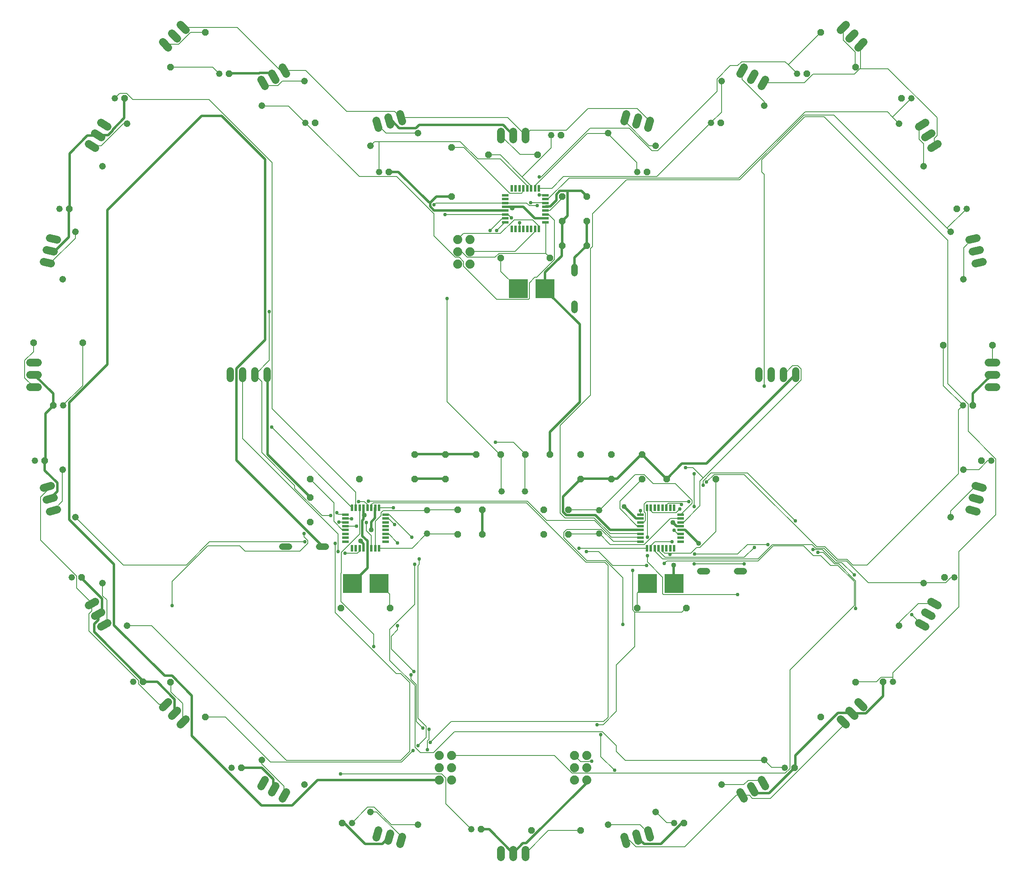
<source format=gbr>
G04 EAGLE Gerber RS-274X export*
G75*
%MOMM*%
%FSLAX34Y34*%
%LPD*%
%INTop Copper*%
%IPPOS*%
%AMOC8*
5,1,8,0,0,1.08239X$1,22.5*%
G01*
%ADD10P,1.429621X8X22.500000*%
%ADD11C,1.320800*%
%ADD12P,1.429621X8X202.500000*%
%ADD13P,1.429621X8X292.500000*%
%ADD14P,1.429621X8X112.500000*%
%ADD15C,1.320800*%
%ADD16R,1.470000X0.550000*%
%ADD17R,0.550000X1.470000*%
%ADD18C,1.524000*%
%ADD19R,4.000000X4.000000*%
%ADD20P,1.429621X8X157.500000*%
%ADD21P,1.429621X8X172.500000*%
%ADD22P,1.429621X8X187.500000*%
%ADD23P,1.429621X8X217.500000*%
%ADD24P,1.429621X8X232.500000*%
%ADD25P,1.429621X8X247.500000*%
%ADD26P,1.429621X8X262.500000*%
%ADD27P,1.429621X8X277.500000*%
%ADD28P,1.429621X8X37.500000*%
%ADD29P,1.429621X8X307.500000*%
%ADD30P,1.429621X8X322.500000*%
%ADD31P,1.429621X8X337.500000*%
%ADD32P,1.429621X8X352.500000*%
%ADD33P,1.429621X8X367.500000*%
%ADD34P,1.429621X8X52.500000*%
%ADD35P,1.429621X8X67.500000*%
%ADD36P,1.429621X8X82.500000*%
%ADD37P,1.429621X8X97.500000*%
%ADD38P,1.429621X8X127.500000*%
%ADD39P,1.429621X8X142.500000*%
%ADD40C,1.575000*%
%ADD41C,1.879600*%
%ADD42C,0.152400*%
%ADD43C,0.508000*%
%ADD44C,1.016000*%
%ADD45C,0.756400*%


D10*
X-66040Y-939800D03*
D11*
X-86360Y-939800D03*
D10*
X607060Y622300D03*
D11*
X586740Y622300D03*
D10*
X429260Y520700D03*
D11*
X408940Y520700D03*
D10*
X276860Y419100D03*
D11*
X256540Y419100D03*
D10*
X99060Y495300D03*
D11*
X78740Y495300D03*
D10*
X-256540Y419100D03*
D11*
X-276860Y419100D03*
D10*
X-408940Y520700D03*
D11*
X-429260Y520700D03*
D10*
X-586740Y622300D03*
D11*
X-607060Y622300D03*
D10*
X-802640Y571500D03*
D11*
X-822960Y571500D03*
D10*
X-916940Y342900D03*
D11*
X-937260Y342900D03*
D12*
X-949960Y-63500D03*
D11*
X-929640Y-63500D03*
D10*
X353060Y-927100D03*
D11*
X332740Y-927100D03*
D10*
X-967740Y-177800D03*
D11*
X-988060Y-177800D03*
D10*
X-891540Y-419100D03*
D11*
X-911860Y-419100D03*
D10*
X-764540Y-635000D03*
D11*
X-784860Y-635000D03*
D10*
X-561340Y-812800D03*
D11*
X-581660Y-812800D03*
D12*
X-353060Y-927100D03*
D11*
X-332740Y-927100D03*
D10*
X63500Y-279400D03*
X114300Y-279400D03*
X63500Y-330200D03*
X114300Y-330200D03*
D12*
X76200Y-165100D03*
X25400Y-165100D03*
D10*
X-76200Y-165100D03*
X-25400Y-165100D03*
D12*
X-63500Y-330200D03*
X-114300Y-330200D03*
D10*
X581660Y-812800D03*
D11*
X561340Y-812800D03*
D12*
X-63500Y-279400D03*
X-114300Y-279400D03*
D13*
X266700Y-165100D03*
X266700Y-215900D03*
D12*
X152400Y368300D03*
X101600Y368300D03*
D13*
X-419100Y-254000D03*
X-419100Y-304800D03*
X203200Y-165100D03*
X203200Y-215900D03*
X139700Y-165100D03*
X139700Y-215900D03*
D12*
X152400Y317500D03*
X101600Y317500D03*
X764540Y-635000D03*
D11*
X784860Y-635000D03*
D12*
X152400Y266700D03*
X101600Y266700D03*
D14*
X-203200Y-215900D03*
X-203200Y-165100D03*
X-139700Y-215900D03*
X-139700Y-165100D03*
D12*
X891540Y-419100D03*
D11*
X911860Y-419100D03*
D12*
X967740Y-177800D03*
D11*
X988060Y-177800D03*
D10*
X949960Y-63500D03*
D11*
X929640Y-63500D03*
D12*
X916940Y342900D03*
D11*
X937260Y342900D03*
D12*
X802640Y571500D03*
D11*
X822960Y571500D03*
D15*
X400304Y-406400D02*
X387096Y-406400D01*
X463296Y-406400D02*
X476504Y-406400D01*
X127000Y209296D02*
X127000Y222504D01*
X127000Y146304D02*
X127000Y133096D01*
X-387096Y-355600D02*
X-400304Y-355600D01*
X-463296Y-355600D02*
X-476504Y-355600D01*
D16*
X346500Y-345500D03*
X346500Y-337500D03*
X346500Y-329500D03*
X346500Y-321500D03*
X346500Y-313500D03*
X346500Y-305500D03*
X346500Y-297500D03*
X346500Y-289500D03*
D17*
X332800Y-275800D03*
X324800Y-275800D03*
X316800Y-275800D03*
X308800Y-275800D03*
X300800Y-275800D03*
X292800Y-275800D03*
X284800Y-275800D03*
X276800Y-275800D03*
D16*
X263100Y-289500D03*
X263100Y-297500D03*
X263100Y-305500D03*
X263100Y-313500D03*
X263100Y-321500D03*
X263100Y-329500D03*
X263100Y-337500D03*
X263100Y-345500D03*
D17*
X276800Y-359200D03*
X284800Y-359200D03*
X292800Y-359200D03*
X300800Y-359200D03*
X308800Y-359200D03*
X316800Y-359200D03*
X324800Y-359200D03*
X332800Y-359200D03*
D16*
X-16300Y370900D03*
X-16300Y362900D03*
X-16300Y354900D03*
X-16300Y346900D03*
X-16300Y338900D03*
X-16300Y330900D03*
X-16300Y322900D03*
X-16300Y314900D03*
D17*
X-2600Y301200D03*
X5400Y301200D03*
X13400Y301200D03*
X21400Y301200D03*
X29400Y301200D03*
X37400Y301200D03*
X45400Y301200D03*
X53400Y301200D03*
D16*
X67100Y314900D03*
X67100Y322900D03*
X67100Y330900D03*
X67100Y338900D03*
X67100Y346900D03*
X67100Y354900D03*
X67100Y362900D03*
X67100Y370900D03*
D17*
X53400Y384600D03*
X45400Y384600D03*
X37400Y384600D03*
X29400Y384600D03*
X21400Y384600D03*
X13400Y384600D03*
X5400Y384600D03*
X-2600Y384600D03*
X-332800Y-359200D03*
X-324800Y-359200D03*
X-316800Y-359200D03*
X-308800Y-359200D03*
X-300800Y-359200D03*
X-292800Y-359200D03*
X-284800Y-359200D03*
X-276800Y-359200D03*
D16*
X-263100Y-345500D03*
X-263100Y-337500D03*
X-263100Y-329500D03*
X-263100Y-321500D03*
X-263100Y-313500D03*
X-263100Y-305500D03*
X-263100Y-297500D03*
X-263100Y-289500D03*
D17*
X-276800Y-275800D03*
X-284800Y-275800D03*
X-292800Y-275800D03*
X-300800Y-275800D03*
X-308800Y-275800D03*
X-316800Y-275800D03*
X-324800Y-275800D03*
X-332800Y-275800D03*
D16*
X-346500Y-289500D03*
X-346500Y-297500D03*
X-346500Y-305500D03*
X-346500Y-313500D03*
X-346500Y-321500D03*
X-346500Y-329500D03*
X-346500Y-337500D03*
X-346500Y-345500D03*
D18*
X584200Y-7620D02*
X584200Y7620D01*
X558800Y7620D02*
X558800Y-7620D01*
X533400Y-7620D02*
X533400Y7620D01*
X508000Y7620D02*
X508000Y-7620D01*
X-508000Y-7620D02*
X-508000Y7620D01*
X-533400Y7620D02*
X-533400Y-7620D01*
X-558800Y-7620D02*
X-558800Y7620D01*
X-584200Y7620D02*
X-584200Y-7620D01*
D19*
X332300Y-431800D03*
X277300Y-431800D03*
X65600Y177800D03*
X10600Y177800D03*
X-332300Y-431800D03*
X-277300Y-431800D03*
D12*
X139700Y-942300D03*
X38100Y-942300D03*
D20*
X707672Y635830D03*
X635830Y707672D03*
D21*
X518994Y556024D03*
X431006Y606824D03*
D22*
X294947Y472682D03*
X196809Y498978D03*
D12*
X50800Y454700D03*
X-50800Y454700D03*
D23*
X-196809Y498978D03*
X-294947Y472682D03*
D24*
X-431006Y606824D03*
X-518994Y556024D03*
D25*
X-635830Y707672D03*
X-707672Y635830D03*
D26*
X-797324Y518994D03*
X-848124Y431006D03*
D27*
X-904482Y294947D03*
X-930778Y196809D03*
D10*
X-990600Y66000D03*
X-889000Y66000D03*
D28*
X196809Y-930778D03*
X294947Y-904482D03*
D29*
X-930778Y-196809D03*
X-904482Y-294947D03*
D30*
X-848124Y-431006D03*
X-797324Y-518994D03*
D31*
X-707672Y-635830D03*
X-635830Y-707672D03*
D32*
X-518994Y-797324D03*
X-431006Y-848124D03*
D33*
X-294947Y-904482D03*
X-196809Y-930778D03*
D12*
X358100Y-482600D03*
X256500Y-482600D03*
X76200Y241300D03*
X-25400Y241300D03*
D10*
X-355600Y-482600D03*
X-254000Y-482600D03*
D12*
X419100Y-215900D03*
X317500Y-215900D03*
D13*
X-127000Y469900D03*
X-127000Y368300D03*
D34*
X431006Y-848124D03*
X518994Y-797324D03*
D10*
X-419100Y-215900D03*
X-317500Y-215900D03*
D35*
X635830Y-707672D03*
X707672Y-635830D03*
D36*
X797324Y-518994D03*
X848124Y-431006D03*
D37*
X904482Y-294947D03*
X930778Y-196809D03*
D12*
X990600Y61000D03*
X889000Y61000D03*
D38*
X930778Y196809D03*
X904482Y294947D03*
D39*
X848124Y431006D03*
X797324Y518994D03*
D40*
X-25400Y-982225D02*
X-25400Y-997975D01*
X0Y-997975D02*
X0Y-982225D01*
X25400Y-982225D02*
X25400Y-997975D01*
X712499Y676577D02*
X723635Y687714D01*
X705675Y705675D02*
X694538Y694538D01*
X676578Y712498D02*
X687714Y723635D01*
X520985Y610272D02*
X513110Y596632D01*
X491113Y609332D02*
X498988Y622972D01*
X476990Y635672D02*
X469115Y622032D01*
X282829Y525596D02*
X278753Y510382D01*
X254219Y516956D02*
X258295Y532170D01*
X233760Y538744D02*
X229684Y523530D01*
X25400Y502675D02*
X25400Y486925D01*
X0Y486925D02*
X0Y502675D01*
X-25400Y502675D02*
X-25400Y486925D01*
X-229684Y523530D02*
X-233760Y538744D01*
X-258295Y532170D02*
X-254219Y516956D01*
X-278753Y510382D02*
X-282829Y525596D01*
X-469116Y622032D02*
X-476990Y635672D01*
X-498987Y622972D02*
X-491113Y609332D01*
X-513110Y596632D02*
X-520985Y610272D01*
X-676578Y712498D02*
X-687714Y723635D01*
X-705675Y705675D02*
X-694538Y694538D01*
X-712499Y676577D02*
X-723635Y687714D01*
X-837932Y513110D02*
X-851572Y520985D01*
X-864272Y498987D02*
X-850632Y491113D01*
X-863332Y469115D02*
X-876972Y476990D01*
X-942183Y278753D02*
X-957396Y282829D01*
X-963970Y258295D02*
X-948757Y254219D01*
X-955331Y229684D02*
X-970544Y233760D01*
X-982225Y25400D02*
X-997975Y25400D01*
X-997975Y0D02*
X-982225Y0D01*
X-982225Y-25400D02*
X-997975Y-25400D01*
X229684Y-955330D02*
X233760Y-970544D01*
X258295Y-963970D02*
X254219Y-948756D01*
X278753Y-942182D02*
X282829Y-957396D01*
X-955331Y-229684D02*
X-970544Y-233760D01*
X-963970Y-258295D02*
X-948757Y-254219D01*
X-942183Y-278753D02*
X-957396Y-282829D01*
X-863332Y-469115D02*
X-876972Y-476990D01*
X-864272Y-498988D02*
X-850632Y-491113D01*
X-837932Y-513110D02*
X-851572Y-520985D01*
X-712499Y-676577D02*
X-723635Y-687714D01*
X-705675Y-705675D02*
X-694538Y-694538D01*
X-676578Y-712498D02*
X-687714Y-723635D01*
X-513110Y-837932D02*
X-520985Y-851572D01*
X-498988Y-864272D02*
X-491113Y-850632D01*
X-469115Y-863332D02*
X-476990Y-876972D01*
X-278753Y-942182D02*
X-282829Y-957396D01*
X-258295Y-963970D02*
X-254219Y-948756D01*
X-229684Y-955330D02*
X-233760Y-970544D01*
X469115Y-863332D02*
X476990Y-876972D01*
X498988Y-864272D02*
X491113Y-850632D01*
X513110Y-837932D02*
X520985Y-851572D01*
X676578Y-712498D02*
X687714Y-723635D01*
X705675Y-705675D02*
X694538Y-694538D01*
X712499Y-676577D02*
X723635Y-687714D01*
X837932Y-513110D02*
X851572Y-520985D01*
X864272Y-498988D02*
X850632Y-491113D01*
X863332Y-469115D02*
X876972Y-476990D01*
X942183Y-278753D02*
X957396Y-282829D01*
X963970Y-258295D02*
X948757Y-254219D01*
X955331Y-229684D02*
X970544Y-233760D01*
X982225Y-25400D02*
X997975Y-25400D01*
X997975Y0D02*
X982225Y0D01*
X982225Y25400D02*
X997975Y25400D01*
X955331Y229684D02*
X970544Y233760D01*
X963970Y258295D02*
X948757Y254219D01*
X942183Y278753D02*
X957396Y282829D01*
X863332Y469115D02*
X876972Y476990D01*
X864272Y498987D02*
X850632Y491113D01*
X837932Y513110D02*
X851572Y520985D01*
D11*
X177800Y-280670D03*
X177800Y-328930D03*
X24130Y-241300D03*
X-24130Y-241300D03*
X-177800Y-328930D03*
X-177800Y-280670D03*
D41*
X127000Y-787400D03*
X152400Y-787400D03*
X127000Y-812800D03*
X152400Y-812800D03*
X127000Y-838200D03*
X152400Y-838200D03*
X-114300Y279400D03*
X-88900Y279400D03*
X-114300Y254000D03*
X-88900Y254000D03*
X-114300Y228600D03*
X-88900Y228600D03*
X-127000Y-838200D03*
X-152400Y-838200D03*
X-127000Y-812800D03*
X-152400Y-812800D03*
X-127000Y-787400D03*
X-152400Y-787400D03*
D42*
X73152Y-942594D02*
X139446Y-942594D01*
X73152Y-942594D02*
X25908Y-989838D01*
X139446Y-942594D02*
X139700Y-942300D01*
X25908Y-989838D02*
X25400Y-990100D01*
D43*
X348996Y-927354D02*
X352806Y-927354D01*
X348996Y-927354D02*
X305562Y-970788D01*
X270510Y-970788D01*
X256794Y-957072D01*
X352806Y-927354D02*
X353060Y-927100D01*
X256794Y-957072D02*
X256257Y-956363D01*
X950214Y-63246D02*
X950214Y-39624D01*
X989838Y0D01*
X950214Y-63246D02*
X949960Y-63500D01*
X989838Y0D02*
X990100Y0D01*
X581660Y-812800D02*
X528828Y-865632D01*
X502920Y-865632D01*
X495300Y-858012D01*
X495050Y-857452D01*
X764286Y-665226D02*
X764286Y-635508D01*
X764286Y-665226D02*
X729234Y-700278D01*
X700278Y-700278D01*
X764286Y-635508D02*
X764540Y-635000D01*
X700106Y-700106D02*
X700278Y-700278D01*
X582930Y-787908D02*
X582930Y-810768D01*
X582930Y-787908D02*
X671322Y-699516D01*
X697992Y-699516D01*
X582930Y-810768D02*
X581660Y-812800D01*
X697992Y-699516D02*
X700106Y-700106D01*
X-49530Y-940308D02*
X-65532Y-940308D01*
X-49530Y-940308D02*
X0Y-989838D01*
X-65532Y-940308D02*
X-66040Y-939800D01*
X0Y-989838D02*
X0Y-990100D01*
X-518922Y-813054D02*
X-560832Y-813054D01*
X-518922Y-813054D02*
X-495300Y-836676D01*
X-495300Y-857250D01*
X-560832Y-813054D02*
X-561340Y-812800D01*
X-495300Y-857250D02*
X-495050Y-857452D01*
X-352806Y-927354D02*
X-348996Y-927354D01*
X-305562Y-970788D01*
X-270510Y-970788D01*
X-256794Y-957072D01*
X-352806Y-927354D02*
X-353060Y-927100D01*
X-256794Y-957072D02*
X-256257Y-956363D01*
X-967740Y-198120D02*
X-967740Y-177800D01*
X-967740Y-198120D02*
X-941832Y-224028D01*
X-941832Y-241554D01*
X-956310Y-256032D01*
X-956363Y-256257D01*
X-950214Y-63246D02*
X-950214Y-39624D01*
X-989838Y0D01*
X-950214Y-63246D02*
X-949960Y-63500D01*
X-989838Y0D02*
X-990100Y0D01*
X-966216Y-80772D02*
X-966216Y-176022D01*
X-966216Y-80772D02*
X-950976Y-65532D01*
X-966216Y-176022D02*
X-967740Y-177800D01*
X-950976Y-65532D02*
X-949960Y-63500D01*
X-891540Y-419100D02*
X-891540Y-421386D01*
X-849630Y-463296D01*
X-849630Y-486918D01*
X-857250Y-494538D01*
X-857452Y-495050D01*
X-764286Y-635508D02*
X-735330Y-635508D01*
X-699516Y-671322D01*
X-699516Y-699516D01*
X-764286Y-635508D02*
X-764540Y-635000D01*
X-699516Y-699516D02*
X-700106Y-700106D01*
X-857250Y-507492D02*
X-857250Y-497586D01*
X-857250Y-507492D02*
X-865632Y-515874D01*
X-865632Y-531876D01*
X-765048Y-632460D01*
X-857250Y-497586D02*
X-857452Y-495050D01*
X-765048Y-632460D02*
X-764540Y-635000D01*
X152400Y-838200D02*
X152400Y-844296D01*
X27432Y-969264D01*
X20574Y-969264D01*
X1524Y-988314D01*
X0Y-990100D01*
X-300990Y-400050D02*
X-300990Y-359664D01*
X-300990Y-400050D02*
X-332232Y-431292D01*
X-300990Y-359664D02*
X-300800Y-359200D01*
X-332232Y-431292D02*
X-332300Y-431800D01*
X-309372Y-299466D02*
X-309372Y-290322D01*
X-309372Y-275844D01*
X-309372Y-299466D02*
X-311658Y-301752D01*
X-311658Y-333756D01*
X-300990Y-344424D01*
X-300990Y-356616D01*
X-308800Y-275800D02*
X-309372Y-275844D01*
X-300990Y-356616D02*
X-300800Y-359200D01*
X-507492Y-165354D02*
X-507492Y0D01*
X-507492Y-165354D02*
X-419100Y-253746D01*
X-507492Y0D02*
X-508000Y0D01*
X-419100Y-253746D02*
X-419100Y-254000D01*
X-309372Y-290322D02*
X-307086Y-290322D01*
X-63246Y-279654D02*
X-63246Y-329946D01*
X-63500Y-330200D01*
X-63246Y-279654D02*
X-63500Y-279400D01*
X-140208Y-164592D02*
X-202692Y-164592D01*
X-203200Y-165100D01*
X-140208Y-164592D02*
X-139700Y-165100D01*
X-137922Y-164592D02*
X-76200Y-164592D01*
X-76200Y-165100D01*
X-137922Y-164592D02*
X-139700Y-165100D01*
X200406Y-321564D02*
X262890Y-321564D01*
X200406Y-321564D02*
X169926Y-291084D01*
X109728Y-291084D01*
X102870Y-284226D01*
X102870Y-252984D01*
X139446Y-216408D01*
X262890Y-321564D02*
X263100Y-321500D01*
X139446Y-216408D02*
X139700Y-215900D01*
X141732Y-215646D02*
X202692Y-215646D01*
X203200Y-215900D01*
X141732Y-215646D02*
X139700Y-215900D01*
X337566Y-313182D02*
X345948Y-313182D01*
X337566Y-313182D02*
X329946Y-305562D01*
X345948Y-313182D02*
X346500Y-313500D01*
X316992Y-215646D02*
X266700Y-165354D01*
X266700Y-165100D01*
X316992Y-215646D02*
X317500Y-215900D01*
X399288Y-184404D02*
X583692Y0D01*
X399288Y-184404D02*
X348996Y-184404D01*
X317500Y-215900D01*
X583692Y0D02*
X584200Y0D01*
X332232Y-393954D02*
X332232Y-431292D01*
X332300Y-431800D01*
X214884Y-215646D02*
X205740Y-215646D01*
X214884Y-215646D02*
X264414Y-166116D01*
X205740Y-215646D02*
X203200Y-215900D01*
X264414Y-166116D02*
X266700Y-165100D01*
X-16764Y339090D02*
X-163068Y339090D01*
X-171450Y347472D01*
X-171450Y355092D01*
X-158496Y368046D01*
X-127254Y368046D01*
X-16764Y339090D02*
X-16300Y338900D01*
X-127000Y368300D02*
X-127254Y368046D01*
X-236982Y419100D02*
X-256540Y419100D01*
X-236982Y419100D02*
X-173736Y355854D01*
X-171450Y355092D01*
X-917448Y342900D02*
X-917448Y284226D01*
X-944880Y256794D01*
X-956310Y256794D01*
X-917448Y342900D02*
X-916940Y342900D01*
X-956310Y256794D02*
X-956363Y256257D01*
X-803148Y530352D02*
X-803148Y571500D01*
X-803148Y530352D02*
X-827532Y505968D01*
X-827532Y504444D01*
X-836676Y495300D01*
X-857250Y495300D01*
X-803148Y571500D02*
X-802640Y571500D01*
X-857250Y495300D02*
X-857452Y495050D01*
X-915924Y457200D02*
X-915924Y345186D01*
X-915924Y457200D02*
X-879348Y493776D01*
X-859536Y493776D01*
X-915924Y345186D02*
X-916940Y342900D01*
X-859536Y493776D02*
X-857452Y495050D01*
X-586740Y622554D02*
X-525018Y622554D01*
X-523494Y624078D01*
X-502920Y624078D01*
X-495300Y616458D01*
X-586740Y622300D02*
X-586740Y622554D01*
X-495300Y616458D02*
X-495050Y616152D01*
X67818Y347472D02*
X76962Y347472D01*
X89916Y360426D01*
X89916Y372618D01*
X96774Y379476D01*
X112776Y379476D02*
X141732Y379476D01*
X112776Y379476D02*
X96774Y379476D01*
X141732Y379476D02*
X152400Y368808D01*
X67818Y347472D02*
X67100Y346900D01*
X152400Y368300D02*
X152400Y368808D01*
X101346Y316992D02*
X101346Y266700D01*
X101600Y266700D01*
X101346Y316992D02*
X101600Y317500D01*
X66294Y211074D02*
X66294Y178308D01*
X66294Y211074D02*
X100584Y245364D01*
X100584Y264414D01*
X66294Y178308D02*
X65600Y177800D01*
X100584Y264414D02*
X101600Y266700D01*
X112776Y328422D02*
X112776Y379476D01*
X112776Y328422D02*
X103632Y319278D01*
X101600Y317500D01*
X-249936Y524256D02*
X-256032Y524256D01*
X-249936Y524256D02*
X-235458Y509778D01*
X-200406Y509778D01*
X-194310Y515874D01*
X-20574Y515874D01*
X0Y495300D01*
X-256032Y524256D02*
X-256257Y524563D01*
X0Y495300D02*
X0Y494800D01*
X76200Y-118872D02*
X76200Y-165100D01*
X76200Y-118872D02*
X137922Y-57150D01*
X137922Y103632D01*
X66294Y175260D01*
X65600Y177800D01*
D44*
X-307086Y-290322D03*
X329946Y-305562D03*
X332232Y-393954D03*
D42*
X473202Y-870204D02*
X488442Y-870204D01*
X494538Y-876300D01*
X531876Y-876300D01*
X681990Y-726186D01*
X681990Y-718566D01*
X473202Y-870204D02*
X473053Y-870152D01*
X681990Y-718566D02*
X682146Y-718067D01*
X240792Y-963168D02*
X232410Y-963168D01*
X240792Y-963168D02*
X253746Y-976122D01*
X355092Y-976122D01*
X461010Y-870204D01*
X472440Y-870204D01*
X232410Y-963168D02*
X231722Y-962937D01*
X472440Y-870204D02*
X473053Y-870152D01*
X316992Y-275082D02*
X316992Y-269748D01*
X320802Y-265938D01*
X345186Y-265938D01*
X348234Y-268986D01*
X392430Y-228600D02*
X392430Y-220218D01*
X409194Y-203454D01*
X483870Y-203454D01*
X582930Y-302514D01*
X823722Y-496062D02*
X844296Y-516636D01*
X316800Y-275800D02*
X316992Y-275082D01*
X844296Y-516636D02*
X844752Y-517047D01*
D45*
X348234Y-268986D03*
X392430Y-228600D03*
X582930Y-302514D03*
X823722Y-496062D03*
D42*
X262128Y-931164D02*
X197358Y-931164D01*
X262128Y-931164D02*
X280416Y-949452D01*
X197358Y-931164D02*
X196809Y-930778D01*
X280416Y-949452D02*
X280791Y-949789D01*
X293370Y-365760D02*
X293370Y-359664D01*
X293370Y-365760D02*
X308610Y-381000D01*
X505968Y-381000D01*
X535686Y-351282D01*
X617982Y-351282D01*
X625602Y-358902D01*
X642366Y-358902D01*
X669036Y-385572D01*
X688848Y-385572D01*
X733806Y-430530D01*
X848106Y-430530D01*
X293370Y-359664D02*
X292800Y-359200D01*
X848106Y-430530D02*
X848124Y-431006D01*
X905256Y-419100D02*
X911860Y-419100D01*
X905256Y-419100D02*
X893826Y-430530D01*
X848868Y-430530D01*
X848124Y-431006D01*
X-325374Y-275082D02*
X-325374Y-243078D01*
X-497586Y-70866D01*
X-497586Y438150D01*
X-627888Y568452D01*
X-785622Y568452D01*
X-798576Y581406D01*
X-813054Y581406D01*
X-822960Y571500D01*
X-325374Y-275082D02*
X-324800Y-275800D01*
X431292Y-848106D02*
X477012Y-848106D01*
X486156Y-838962D01*
X511302Y-838962D01*
X516636Y-844296D01*
X431292Y-848106D02*
X431006Y-848124D01*
X516636Y-844296D02*
X517047Y-844752D01*
X276606Y-359664D02*
X136398Y-359664D01*
X-203454Y-392430D02*
X-203454Y-475488D01*
X-254508Y-526542D01*
X-254508Y-591312D01*
X-202692Y-643128D01*
X-202692Y-770382D01*
X-191262Y-781812D01*
X-164592Y-781812D01*
X-121158Y-738378D01*
X184404Y-738378D01*
X213360Y-767334D01*
X213360Y-779526D01*
X231648Y-797814D01*
X518922Y-797814D01*
X276606Y-359664D02*
X276800Y-359200D01*
X518994Y-797324D02*
X518922Y-797814D01*
X534162Y-812292D02*
X560832Y-812292D01*
X534162Y-812292D02*
X519684Y-797814D01*
X560832Y-812292D02*
X561340Y-812800D01*
X519684Y-797814D02*
X518994Y-797324D01*
D45*
X136398Y-359664D03*
X-203454Y-392430D03*
D42*
X284988Y-358902D02*
X284988Y-353568D01*
X292608Y-345948D01*
X328422Y-345948D01*
X374142Y-391668D02*
X477774Y-391668D01*
X518922Y-23622D02*
X518922Y413766D01*
X513588Y419100D01*
X513588Y444246D01*
X602742Y533400D01*
X642366Y533400D01*
X898398Y277368D01*
X898398Y-19050D01*
X940308Y-60960D01*
X940308Y-117348D01*
X997458Y-174498D01*
X997458Y-289560D01*
X921258Y-365760D01*
X921258Y-480060D01*
X784860Y-616458D01*
X784860Y-625602D02*
X784860Y-635000D01*
X784860Y-625602D02*
X784860Y-616458D01*
X284988Y-358902D02*
X284800Y-359200D01*
X707898Y-635508D02*
X750570Y-635508D01*
X760476Y-625602D01*
X784860Y-625602D01*
X707898Y-635508D02*
X707672Y-635830D01*
D45*
X328422Y-345948D03*
X374142Y-391668D03*
X477774Y-391668D03*
X518922Y-23622D03*
D42*
X797814Y-512826D02*
X797814Y-518922D01*
X797814Y-512826D02*
X837438Y-473202D01*
X869442Y-473202D01*
X797814Y-518922D02*
X797324Y-518994D01*
X869442Y-473202D02*
X870152Y-473053D01*
X904494Y-294894D02*
X904494Y-281940D01*
X954024Y-232410D01*
X962406Y-232410D01*
X904494Y-294894D02*
X904482Y-294947D01*
X962406Y-232410D02*
X962937Y-231722D01*
X262890Y-329184D02*
X200406Y-329184D01*
X167640Y-296418D01*
X107442Y-296418D01*
X97536Y-286512D01*
X97536Y-105156D01*
X160020Y-42672D01*
X160020Y260604D01*
X163830Y264414D01*
X163830Y332232D01*
X234696Y403098D01*
X467868Y403098D01*
X601218Y536448D01*
X662940Y536448D01*
X896874Y302514D02*
X903732Y295656D01*
X896874Y302514D02*
X662940Y536448D01*
X262890Y-329184D02*
X263100Y-329500D01*
X903732Y295656D02*
X904482Y294947D01*
X896874Y302514D02*
X937260Y342900D01*
X990600Y61000D02*
X990600Y25908D01*
X990100Y25400D01*
X931164Y197358D02*
X931164Y262128D01*
X949452Y280416D01*
X931164Y197358D02*
X930778Y196809D01*
X949452Y280416D02*
X949789Y280791D01*
X300990Y-359664D02*
X300990Y-364998D01*
X313944Y-377952D01*
X477774Y-377952D01*
X498348Y-357378D01*
X300990Y-359664D02*
X300800Y-359200D01*
X980694Y-178308D02*
X987552Y-178308D01*
X980694Y-178308D02*
X962406Y-196596D01*
X931164Y-196596D01*
X987552Y-178308D02*
X988060Y-177800D01*
X931164Y-196596D02*
X930778Y-196809D01*
D45*
X498348Y-357378D03*
D42*
X848106Y431292D02*
X848106Y477012D01*
X838962Y486156D01*
X838962Y511302D01*
X844296Y516636D01*
X848106Y431292D02*
X848124Y431006D01*
X844296Y516636D02*
X844752Y517047D01*
X707136Y636270D02*
X707136Y666750D01*
X682752Y691134D01*
X682752Y717804D01*
X707136Y636270D02*
X707672Y635830D01*
X682752Y717804D02*
X682146Y718067D01*
X518922Y564642D02*
X518922Y556260D01*
X518922Y564642D02*
X473202Y610362D01*
X473202Y628650D01*
X518922Y556260D02*
X518994Y556024D01*
X473202Y628650D02*
X473053Y628852D01*
X294894Y473202D02*
X281178Y473202D01*
X232410Y521970D01*
X232410Y531114D01*
X294894Y473202D02*
X294947Y472682D01*
X232410Y531114D02*
X231722Y531137D01*
X50292Y454914D02*
X14478Y454914D01*
X-25146Y494538D01*
X50292Y454914D02*
X50800Y454700D01*
X-25146Y494538D02*
X-25400Y494800D01*
X-197358Y499110D02*
X-262128Y499110D01*
X-280416Y517398D01*
X-197358Y499110D02*
X-196809Y498978D01*
X-280416Y517398D02*
X-280791Y517989D01*
X-431292Y606552D02*
X-477012Y606552D01*
X-486156Y597408D01*
X-511302Y597408D01*
X-516636Y602742D01*
X-431292Y606552D02*
X-431006Y606824D01*
X-516636Y602742D02*
X-517047Y603452D01*
X-636270Y707136D02*
X-666750Y707136D01*
X-691134Y682752D01*
X-717804Y682752D01*
X-636270Y707136D02*
X-635830Y707672D01*
X-717804Y682752D02*
X-718067Y682146D01*
X67818Y363474D02*
X73152Y363474D01*
X115824Y406146D01*
X466344Y406146D01*
X603504Y543306D01*
X773430Y543306D01*
X784098Y532638D02*
X797052Y519684D01*
X784098Y532638D02*
X773430Y543306D01*
X67818Y363474D02*
X67100Y362900D01*
X797052Y519684D02*
X797324Y518994D01*
X784098Y532638D02*
X822960Y571500D01*
X67056Y371094D02*
X54102Y371094D01*
X54102Y408432D02*
X58674Y408432D01*
X159258Y509016D01*
X240792Y509016D01*
X287274Y462534D01*
X298704Y462534D01*
X421386Y585216D01*
X421386Y611124D01*
X448818Y638556D01*
X464058Y638556D01*
X472440Y646938D01*
X562356Y646938D01*
X568833Y640461D02*
X586740Y622554D01*
X568833Y640461D02*
X562356Y646938D01*
X67056Y371094D02*
X67100Y370900D01*
X586740Y622300D02*
X586740Y622554D01*
X568833Y640461D02*
X635508Y707136D01*
X635830Y707672D01*
D45*
X54102Y371094D03*
X54102Y408432D03*
D42*
X54102Y384810D02*
X80010Y384810D01*
X104394Y409194D01*
X297180Y409194D01*
X408432Y520446D01*
X54102Y384810D02*
X53400Y384600D01*
X408432Y520446D02*
X408940Y520700D01*
X430530Y542544D02*
X430530Y606552D01*
X430530Y542544D02*
X409194Y521208D01*
X430530Y606552D02*
X431006Y606824D01*
X409194Y521208D02*
X408940Y520700D01*
X45720Y390906D02*
X45720Y384810D01*
X45720Y390906D02*
X153162Y498348D01*
X196596Y498348D01*
X45720Y384810D02*
X45400Y384600D01*
X196596Y498348D02*
X196809Y498978D01*
X256032Y438150D02*
X256032Y419100D01*
X256032Y438150D02*
X196596Y497586D01*
X256032Y419100D02*
X256540Y419100D01*
X196596Y497586D02*
X196809Y498978D01*
X37338Y390144D02*
X37338Y384810D01*
X18669Y408813D02*
X-26670Y454152D01*
X18669Y408813D02*
X37338Y390144D01*
X-26670Y454152D02*
X-50292Y454152D01*
X37338Y384810D02*
X37400Y384600D01*
X-50292Y454152D02*
X-50800Y454700D01*
X78486Y468630D02*
X78486Y495300D01*
X78486Y468630D02*
X18669Y408813D01*
X78486Y495300D02*
X78740Y495300D01*
X28956Y390906D02*
X28956Y384810D01*
X28956Y390906D02*
X-25908Y445770D01*
X-73152Y445770D01*
X-108966Y481584D01*
X-276606Y481584D02*
X-286512Y481584D01*
X-276606Y481584D02*
X-108966Y481584D01*
X-286512Y481584D02*
X-294894Y473202D01*
X28956Y384810D02*
X29400Y384600D01*
X-294947Y472682D02*
X-294894Y473202D01*
X-276606Y481584D02*
X-276606Y419100D01*
X-276860Y419100D01*
X67818Y330708D02*
X73914Y330708D01*
X85344Y319278D01*
X85344Y237744D01*
X48768Y201168D01*
X44958Y201168D01*
X33528Y189738D01*
X33528Y156972D01*
X32004Y155448D01*
X-33528Y155448D01*
X-102108Y224028D01*
X-102108Y233172D01*
X-111252Y242316D01*
X-119634Y242316D01*
X-163830Y286512D01*
X-163830Y332232D01*
X-240792Y409194D01*
X-317754Y409194D01*
X-429260Y520700D01*
X67100Y330900D02*
X67818Y330708D01*
X-464058Y555498D02*
X-518922Y555498D01*
X-464058Y555498D02*
X-429260Y520700D01*
X-518922Y555498D02*
X-518994Y556024D01*
X36576Y355092D02*
X67056Y355092D01*
X67100Y354900D01*
X-620268Y635508D02*
X-707136Y635508D01*
X-620268Y635508D02*
X-607060Y622300D01*
X-707136Y635508D02*
X-707672Y635830D01*
D45*
X36576Y355092D03*
D42*
X717804Y633222D02*
X717804Y681990D01*
X717423Y632841D02*
X705612Y621030D01*
X717423Y632841D02*
X717804Y633222D01*
X705612Y621030D02*
X619506Y621030D01*
X601980Y603504D01*
X517398Y603504D01*
X717804Y681990D02*
X718067Y682146D01*
X517398Y603504D02*
X517047Y603452D01*
X870204Y488442D02*
X870204Y473202D01*
X870204Y488442D02*
X876300Y494538D01*
X876300Y531114D01*
X774954Y632460D01*
X717804Y632460D01*
X870204Y473202D02*
X870152Y473053D01*
X717804Y632460D02*
X717423Y632841D01*
X-569976Y717804D02*
X-681990Y717804D01*
X-569976Y717804D02*
X-481584Y629412D01*
X-473202Y629412D01*
X-681990Y717804D02*
X-682146Y718067D01*
X-473202Y629412D02*
X-473053Y628852D01*
X13716Y313944D02*
X13716Y301752D01*
X13400Y301200D01*
X-10668Y531114D02*
X-231648Y531114D01*
X-10668Y531114D02*
X25146Y495300D01*
X-231648Y531114D02*
X-231722Y531137D01*
X25146Y495300D02*
X25400Y494800D01*
X-428244Y628650D02*
X-472440Y628650D01*
X-428244Y628650D02*
X-343662Y544068D01*
X-244602Y544068D01*
X-232410Y531876D01*
X-472440Y628650D02*
X-473053Y628852D01*
X-232410Y531876D02*
X-231722Y531137D01*
X280416Y526542D02*
X280416Y518160D01*
X280416Y526542D02*
X256794Y550164D01*
X154686Y550164D01*
X109728Y505206D01*
X35814Y505206D01*
X25908Y495300D01*
X280416Y518160D02*
X280791Y517989D01*
X25908Y495300D02*
X25400Y494800D01*
D45*
X13716Y313944D03*
D42*
X-797814Y518922D02*
X-805434Y518922D01*
X-851154Y473202D01*
X-869442Y473202D01*
X-797814Y518922D02*
X-797324Y518994D01*
X-869442Y473202D02*
X-870152Y473053D01*
X-904494Y294894D02*
X-904494Y281940D01*
X-954024Y232410D01*
X-962406Y232410D01*
X-904494Y294894D02*
X-904482Y294947D01*
X-962406Y232410D02*
X-962937Y231722D01*
X-990600Y66000D02*
X-990600Y47244D01*
X-1008888Y28956D01*
X-1008888Y-6858D01*
X-990600Y-25146D01*
X-990100Y-25400D01*
X-931164Y-197358D02*
X-931164Y-262128D01*
X-949452Y-280416D01*
X-931164Y-197358D02*
X-930778Y-196809D01*
X-949452Y-280416D02*
X-949789Y-280791D01*
X-848106Y-431292D02*
X-848106Y-457200D01*
X-838962Y-466344D01*
X-838962Y-511302D01*
X-844296Y-516636D01*
X-848106Y-431292D02*
X-848124Y-431006D01*
X-844296Y-516636D02*
X-844752Y-517047D01*
X-707136Y-636270D02*
X-707136Y-656082D01*
X-682752Y-680466D01*
X-682752Y-717804D01*
X-707136Y-636270D02*
X-707672Y-635830D01*
X-682752Y-717804D02*
X-682146Y-718067D01*
X-518922Y-797814D02*
X-518922Y-805434D01*
X-473202Y-851154D01*
X-473202Y-869442D01*
X-518922Y-797814D02*
X-518994Y-797324D01*
X-473202Y-869442D02*
X-473053Y-870152D01*
X-294894Y-904494D02*
X-281940Y-904494D01*
X-232410Y-954024D01*
X-232410Y-962406D01*
X-294894Y-904494D02*
X-294947Y-904482D01*
X-232410Y-962406D02*
X-231722Y-962937D01*
X263652Y-304800D02*
X270510Y-304800D01*
X273558Y-301752D01*
X273558Y-286512D01*
X271272Y-284226D01*
X271272Y-267462D01*
X275844Y-262890D01*
X363474Y-262890D01*
X399288Y-222504D02*
X415290Y-206502D01*
X477774Y-206502D01*
X627126Y-355854D01*
X643890Y-355854D01*
X670560Y-382524D01*
X690372Y-382524D01*
X701802Y-393954D01*
X731520Y-393954D01*
X920496Y-204978D01*
X920496Y-73152D01*
X929640Y-64008D01*
X263652Y-304800D02*
X263100Y-305500D01*
X929640Y-64008D02*
X929640Y-63500D01*
X889254Y-22860D02*
X889254Y60960D01*
X889254Y-22860D02*
X929640Y-63246D01*
X889254Y60960D02*
X889000Y61000D01*
X929640Y-63246D02*
X929640Y-63500D01*
D45*
X363474Y-262890D03*
X399288Y-222504D03*
D42*
X262890Y-336804D02*
X203454Y-336804D01*
X168402Y-301752D01*
X69342Y-301752D01*
X29718Y-262128D01*
X-298704Y-262128D01*
X-432054Y-329184D02*
X-432054Y-335280D01*
X-424434Y-342900D01*
X-424434Y-348996D01*
X-440436Y-364998D01*
X-553974Y-364998D01*
X-564642Y-354330D01*
X-630936Y-354330D01*
X-704850Y-428244D01*
X-704850Y-477774D01*
X-356616Y-826008D02*
X-147066Y-826008D01*
X-138684Y-834390D01*
X-138684Y-887730D01*
X-86868Y-939546D01*
X263100Y-337500D02*
X262890Y-336804D01*
X-86360Y-939800D02*
X-86868Y-939546D01*
D45*
X-298704Y-262128D03*
X-432054Y-329184D03*
X-704850Y-477774D03*
X-356616Y-826008D03*
D42*
X207264Y-345186D02*
X262890Y-345186D01*
X207264Y-345186D02*
X182118Y-320040D01*
X111252Y-320040D01*
X105156Y-326136D01*
X105156Y-337566D01*
X152400Y-384810D01*
X191262Y-384810D01*
X227076Y-420624D01*
X227076Y-516636D01*
X181356Y-744474D02*
X181356Y-790194D01*
X209550Y-818388D01*
X263100Y-345500D02*
X262890Y-345186D01*
X317754Y-926592D02*
X332232Y-926592D01*
X317754Y-926592D02*
X295656Y-904494D01*
X332232Y-926592D02*
X332740Y-927100D01*
X295656Y-904494D02*
X294947Y-904482D01*
D45*
X227076Y-516636D03*
X181356Y-744474D03*
X209550Y-818388D03*
D42*
X-332994Y-275082D02*
X-499110Y-108966D01*
X-332994Y-275082D02*
X-332800Y-275800D01*
D45*
X-499110Y-108966D03*
D42*
X-361188Y-288798D02*
X-346710Y-288798D01*
X-361188Y-288798D02*
X-364236Y-285750D01*
X-346710Y-288798D02*
X-346500Y-289500D01*
X-889254Y-22860D02*
X-889254Y65532D01*
X-889254Y-22860D02*
X-929640Y-63246D01*
X-889254Y65532D02*
X-889000Y66000D01*
X-929640Y-63246D02*
X-929640Y-63500D01*
D45*
X-364236Y-285750D03*
D42*
X-345948Y-297942D02*
X-333756Y-297942D01*
X-430530Y-345948D02*
X-627126Y-345948D01*
X-675132Y-393954D01*
X-805434Y-393954D01*
X-903732Y-295656D01*
X-346500Y-297500D02*
X-345948Y-297942D01*
X-903732Y-295656D02*
X-904482Y-294947D01*
D45*
X-333756Y-297942D03*
X-430530Y-345948D03*
D42*
X-359664Y-304800D02*
X-346710Y-304800D01*
X-367284Y-348996D02*
X-367284Y-492252D01*
X-241554Y-617982D01*
X-232410Y-617982D01*
X-213360Y-637032D01*
X-213360Y-779526D01*
X-231648Y-797814D01*
X-468630Y-797814D01*
X-746760Y-519684D01*
X-797052Y-519684D01*
X-346500Y-305500D02*
X-346710Y-304800D01*
X-797324Y-518994D02*
X-797052Y-519684D01*
D45*
X-359664Y-304800D03*
X-367284Y-348996D03*
D42*
X-345948Y-313182D02*
X-323088Y-313182D01*
X-193548Y-381000D02*
X-193548Y-392430D01*
X-196596Y-395478D01*
X-196596Y-710946D01*
X-179832Y-727710D01*
X-179832Y-750570D01*
X-196596Y-767334D01*
X-206502Y-777240D02*
X-230124Y-800862D01*
X-501396Y-800862D01*
X-594360Y-707898D01*
X-635508Y-707898D01*
X-346500Y-313500D02*
X-345948Y-313182D01*
X-635508Y-707898D02*
X-635830Y-707672D01*
D45*
X-323088Y-313182D03*
X-193548Y-381000D03*
X-196596Y-767334D03*
X-206502Y-777240D03*
D42*
X-292608Y-275082D02*
X-292608Y-268986D01*
X-288798Y-265176D01*
X28194Y-265176D01*
X150876Y-387858D01*
X189738Y-387858D01*
X196596Y-394716D01*
X196596Y-708660D01*
X187452Y-717804D01*
X-128016Y-717804D01*
X-170688Y-760476D01*
X-292800Y-275800D02*
X-292608Y-275082D01*
D45*
X-170688Y-760476D03*
D42*
X-316992Y-329946D02*
X-316992Y-275844D01*
X-316992Y-329946D02*
X-355092Y-368046D01*
X-355092Y-409956D01*
X-355854Y-410718D01*
X-355854Y-469392D01*
X-288036Y-537210D01*
X-288036Y-562356D01*
X-316992Y-275844D02*
X-316800Y-275800D01*
X-251460Y-930402D02*
X-197358Y-930402D01*
X-251460Y-930402D02*
X-287274Y-894588D01*
X-300228Y-894588D01*
X-332740Y-927100D01*
X-197358Y-930402D02*
X-196809Y-930778D01*
D45*
X-288036Y-562356D03*
D42*
X-262890Y-329946D02*
X-256794Y-329946D01*
X-238506Y-348234D01*
X-238506Y-519684D02*
X-238506Y-528066D01*
X-251460Y-541020D01*
X-251460Y-567690D01*
X-204978Y-614172D01*
X-173736Y-733806D02*
X-173736Y-754380D01*
X-176784Y-757428D01*
X-176784Y-775716D01*
X-262890Y-329946D02*
X-263100Y-329500D01*
X-870204Y-473202D02*
X-870204Y-488442D01*
X-876300Y-494538D01*
X-876300Y-530352D01*
X-774192Y-632460D01*
X-774192Y-639318D01*
X-731520Y-681990D01*
X-718566Y-681990D01*
X-870204Y-473202D02*
X-870152Y-473053D01*
X-718566Y-681990D02*
X-718067Y-682146D01*
X-963168Y-240792D02*
X-963168Y-232410D01*
X-963168Y-240792D02*
X-976122Y-253746D01*
X-976122Y-342138D01*
X-901446Y-416814D01*
X-901446Y-441198D01*
X-870204Y-472440D01*
X-963168Y-232410D02*
X-962937Y-231722D01*
X-870204Y-472440D02*
X-870152Y-473053D01*
D45*
X-238506Y-348234D03*
X-238506Y-519684D03*
X-204978Y-614172D03*
X-173736Y-733806D03*
X-176784Y-775716D03*
D42*
X346710Y-288798D02*
X369570Y-265938D01*
X369570Y-259842D01*
X335280Y-225552D01*
X289560Y-225552D01*
X270510Y-206502D01*
X252222Y-206502D01*
X178308Y-280416D01*
X346500Y-289500D02*
X346710Y-288798D01*
X178308Y-280416D02*
X177800Y-280670D01*
X178308Y-279654D02*
X114300Y-279654D01*
X114300Y-279400D01*
X177800Y-280670D02*
X178308Y-279654D01*
X325374Y-297180D02*
X345948Y-297180D01*
X325374Y-297180D02*
X271272Y-351282D01*
X200406Y-351282D01*
X178308Y-329184D01*
X345948Y-297180D02*
X346500Y-297500D01*
X178308Y-329184D02*
X177800Y-328930D01*
X178308Y-329946D02*
X114300Y-329946D01*
X114300Y-330200D01*
X177800Y-328930D02*
X178308Y-329946D01*
X-33528Y297942D02*
X-16764Y314706D01*
X762Y-140208D02*
X-36576Y-140208D01*
X762Y-140208D02*
X25146Y-164592D01*
X-16764Y314706D02*
X-16300Y314900D01*
X25146Y-164592D02*
X25400Y-165100D01*
X24384Y-164592D02*
X24384Y-240792D01*
X24130Y-241300D01*
X25400Y-165100D02*
X24384Y-164592D01*
D45*
X-33528Y297942D03*
X-36576Y-140208D03*
D42*
X-22860Y322326D02*
X-16764Y322326D01*
X-22860Y322326D02*
X-47244Y297942D01*
X-136398Y156972D02*
X-136398Y-56388D01*
X-28194Y-164592D01*
X-25908Y-164592D01*
X-16764Y322326D02*
X-16300Y322900D01*
X-25908Y-164592D02*
X-25400Y-165100D01*
X-24384Y-166116D02*
X-24384Y-240792D01*
X-24384Y-166116D02*
X-25400Y-165100D01*
X-24384Y-240792D02*
X-24130Y-241300D01*
D45*
X-47244Y297942D03*
X-136398Y156972D03*
D42*
X-208026Y-358902D02*
X-276606Y-358902D01*
X-208026Y-358902D02*
X-178308Y-329184D01*
X-276606Y-358902D02*
X-276800Y-359200D01*
X-178308Y-329184D02*
X-177800Y-328930D01*
X-178308Y-329946D02*
X-114300Y-329946D01*
X-114300Y-330200D01*
X-177800Y-328930D02*
X-178308Y-329946D01*
X-284226Y-303276D02*
X-284226Y-358902D01*
X-284226Y-303276D02*
X-272796Y-291846D01*
X-272796Y-285750D01*
X-268224Y-281178D01*
X-178308Y-281178D01*
X-284226Y-358902D02*
X-284800Y-359200D01*
X-178308Y-281178D02*
X-177800Y-280670D01*
X-176784Y-279654D02*
X-114300Y-279654D01*
X-176784Y-279654D02*
X-177800Y-280670D01*
X-114300Y-279654D02*
X-114300Y-279400D01*
X256794Y-451866D02*
X256794Y-482346D01*
X256794Y-451866D02*
X276606Y-432054D01*
X256794Y-482346D02*
X256500Y-482600D01*
X276606Y-432054D02*
X277300Y-431800D01*
X-25146Y213360D02*
X-25146Y240792D01*
X-25146Y213360D02*
X9906Y178308D01*
X-25146Y240792D02*
X-25400Y241300D01*
X9906Y178308D02*
X10600Y177800D01*
X-254508Y-454152D02*
X-254508Y-482346D01*
X-254508Y-454152D02*
X-276606Y-432054D01*
X-254508Y-482346D02*
X-254000Y-482600D01*
X-276606Y-432054D02*
X-277300Y-431800D01*
X256794Y-313182D02*
X262890Y-313182D01*
X256794Y-313182D02*
X220980Y-277368D01*
X220980Y-262128D01*
X266700Y-216408D01*
X262890Y-313182D02*
X263100Y-313500D01*
X266700Y-216408D02*
X266700Y-215900D01*
X76200Y339090D02*
X67818Y339090D01*
X76200Y339090D02*
X101346Y364236D01*
X101346Y368046D01*
X67818Y339090D02*
X67100Y338900D01*
X101346Y368046D02*
X101600Y368300D01*
X-300990Y-268986D02*
X-300990Y-275082D01*
X-300990Y-268986D02*
X-307086Y-262890D01*
X-319278Y-262890D01*
X-300990Y-275082D02*
X-300800Y-275800D01*
D45*
X-319278Y-262890D03*
D43*
X127254Y216408D02*
X127254Y241554D01*
X152400Y266700D01*
X127254Y216408D02*
X127000Y215900D01*
X152400Y266700D02*
X152400Y317500D01*
X67056Y323088D02*
X44958Y323088D01*
X21336Y346710D01*
X-1524Y346710D02*
X-16002Y346710D01*
X-1524Y346710D02*
X21336Y346710D01*
X67056Y323088D02*
X67100Y322900D01*
X-16002Y346710D02*
X-16300Y346900D01*
X-1524Y346710D02*
X-1524Y344424D01*
D44*
X-1524Y344424D03*
D43*
X253746Y-297180D02*
X262890Y-297180D01*
X253746Y-297180D02*
X229362Y-272796D01*
X262890Y-297180D02*
X263100Y-297500D01*
X346710Y-321564D02*
X355854Y-321564D01*
X383286Y-348996D01*
X346710Y-321564D02*
X346500Y-321500D01*
D44*
X229362Y-272796D03*
X383286Y-348996D03*
D42*
X309372Y-359664D02*
X309372Y-365760D01*
X313182Y-369570D01*
X323850Y-369570D02*
X367284Y-369570D01*
X323850Y-369570D02*
X313182Y-369570D01*
X367284Y-369570D02*
X379476Y-357378D01*
X386334Y-357378D01*
X419100Y-324612D01*
X419100Y-215900D01*
X308800Y-359200D02*
X309372Y-359664D01*
X323850Y-369570D02*
X323850Y-371856D01*
D45*
X323850Y-371856D03*
D42*
X21336Y378714D02*
X21336Y384048D01*
X21336Y378714D02*
X17526Y374904D01*
X-6858Y374904D01*
X-101346Y469392D01*
X-126492Y469392D01*
X21400Y384600D02*
X21336Y384048D01*
X-126492Y469392D02*
X-127000Y469900D01*
X-346710Y-320802D02*
X-352806Y-320802D01*
X-370332Y-303276D01*
X-370332Y-265176D01*
X-419100Y-216408D01*
X-346710Y-320802D02*
X-346500Y-321500D01*
X-419100Y-216408D02*
X-419100Y-215900D01*
X-126492Y-787908D02*
X85344Y-787908D01*
X121920Y-824484D01*
X562356Y-824484D01*
X572262Y-814578D01*
X572262Y-610362D01*
X704850Y-477774D01*
X704850Y-428244D01*
X671322Y-394716D01*
X656082Y-394716D01*
X635508Y-374142D01*
X620268Y-374142D01*
X600456Y-354330D01*
X537210Y-354330D01*
X505968Y-385572D01*
X317754Y-385572D01*
X312420Y-390906D01*
X275844Y-394716D02*
X205740Y-394716D01*
X176784Y-365760D01*
X151638Y-365760D01*
X-127000Y-787400D02*
X-126492Y-787908D01*
D45*
X312420Y-390906D03*
X275844Y-394716D03*
X151638Y-365760D03*
D43*
X-140208Y-215646D02*
X-202692Y-215646D01*
X-203200Y-215900D01*
X-140208Y-215646D02*
X-139700Y-215900D01*
X-309372Y-349758D02*
X-309372Y-358902D01*
X-309372Y-349758D02*
X-314706Y-344424D01*
X-309372Y-358902D02*
X-308800Y-359200D01*
X-284988Y-296418D02*
X-284988Y-275844D01*
X-284988Y-296418D02*
X-293370Y-304800D01*
X-293370Y-321564D01*
X-284988Y-275844D02*
X-284800Y-275800D01*
X-403860Y-838200D02*
X-152400Y-838200D01*
X-403860Y-838200D02*
X-456438Y-890778D01*
X-519684Y-890778D01*
X-663702Y-746760D01*
X-663702Y-663702D01*
X-704850Y-622554D01*
X-720090Y-622554D01*
X-824484Y-518160D01*
X-824484Y-392430D01*
X-916686Y-300228D01*
X-916686Y-57912D01*
X-838200Y20574D01*
X-838200Y339852D01*
X-643128Y534924D01*
X-601980Y534924D01*
X-512064Y445008D01*
X-512064Y71628D01*
X-571500Y12192D01*
X-571500Y-177546D01*
X-393954Y-355092D01*
X-393700Y-355600D01*
D44*
X-314706Y-344424D03*
X-293370Y-321564D03*
D42*
X339852Y-329184D02*
X345948Y-329184D01*
X339852Y-329184D02*
X332994Y-322326D01*
X374142Y-272796D02*
X374142Y-204978D01*
X345948Y-329184D02*
X346500Y-329500D01*
X-316992Y-359664D02*
X-316992Y-364998D01*
X-321564Y-369570D01*
X-347472Y-369570D01*
X-361188Y-365760D02*
X-361188Y-329946D01*
X-558546Y-132588D01*
X-558546Y0D01*
X-316800Y-359200D02*
X-316992Y-359664D01*
X-558546Y0D02*
X-558800Y0D01*
X-160020Y354330D02*
X-16764Y354330D01*
X-160020Y354330D02*
X-163068Y351282D01*
X-16764Y354330D02*
X-16300Y354900D01*
X33528Y348996D02*
X50292Y348996D01*
X33528Y348996D02*
X28194Y354330D01*
X-16002Y354330D01*
X-16300Y354900D01*
D45*
X332994Y-322326D03*
X374142Y-272796D03*
X374142Y-204978D03*
X-347472Y-369570D03*
X-361188Y-365760D03*
X-163068Y351282D03*
X50292Y348996D03*
D42*
X346710Y-304800D02*
X352806Y-304800D01*
X386334Y-271272D01*
X386334Y-220218D01*
X392811Y-213741D02*
X595122Y-11430D01*
X392811Y-213741D02*
X386334Y-220218D01*
X595122Y-11430D02*
X595122Y11430D01*
X588264Y18288D01*
X577596Y18288D01*
X559308Y0D01*
X346710Y-304800D02*
X346500Y-305500D01*
X558800Y0D02*
X559308Y0D01*
X-293370Y-332994D02*
X-293370Y-358902D01*
X-293370Y-332994D02*
X-303276Y-323088D01*
X-303276Y-305562D01*
X-376428Y-291846D02*
X-394716Y-291846D01*
X-451104Y-235458D01*
X-451104Y-229362D01*
X-518922Y-161544D01*
X-518922Y-14478D01*
X-533400Y0D01*
X-293370Y-358902D02*
X-292800Y-359200D01*
X-140208Y330708D02*
X-16764Y330708D01*
X-503682Y130302D02*
X-503682Y28956D01*
X-532638Y0D01*
X-16764Y330708D02*
X-16300Y330900D01*
X-532638Y0D02*
X-533400Y0D01*
X371856Y-192786D02*
X392811Y-213741D01*
X371856Y-192786D02*
X356616Y-192786D01*
X-3048Y323850D02*
X-9906Y330708D01*
X-16002Y330708D01*
X-16300Y330900D01*
D45*
X-303276Y-305562D03*
X-376428Y-291846D03*
X-140208Y330708D03*
X-503682Y130302D03*
X356616Y-192786D03*
X-3048Y323850D03*
D42*
X262890Y-281178D02*
X262890Y-288798D01*
X246888Y-405384D02*
X246888Y-486156D01*
X251841Y-491109D02*
X252222Y-491490D01*
X251841Y-491109D02*
X246888Y-486156D01*
X252222Y-491490D02*
X348996Y-491490D01*
X357378Y-483108D01*
X263100Y-289500D02*
X262890Y-288798D01*
X358100Y-482600D02*
X357378Y-483108D01*
X185928Y-723900D02*
X173736Y-723900D01*
X185928Y-723900D02*
X213360Y-696468D01*
X213360Y-600456D01*
X251460Y-562356D01*
X251460Y-491490D01*
X251841Y-491109D01*
D45*
X262890Y-281178D03*
X246888Y-405384D03*
X173736Y-723900D03*
D42*
X277368Y-336042D02*
X277368Y-275844D01*
X277368Y-374904D02*
X277368Y-387096D01*
X309372Y-419100D01*
X309372Y-453390D01*
X310896Y-454914D01*
X464058Y-454914D01*
X619506Y-361950D02*
X639318Y-361950D01*
X665988Y-388620D01*
X678942Y-388620D01*
X704850Y-414528D01*
X162306Y-799338D02*
X157734Y-799338D01*
X156972Y-800100D01*
X139446Y-800100D01*
X127254Y-787908D01*
X276800Y-275800D02*
X277368Y-275844D01*
X127000Y-787400D02*
X127254Y-787908D01*
D45*
X277368Y-336042D03*
X277368Y-374904D03*
X464058Y-454914D03*
X619506Y-361950D03*
X704850Y-414528D03*
X162306Y-799338D03*
D42*
X284988Y-281940D02*
X284988Y-275844D01*
X284988Y-281940D02*
X288798Y-285750D01*
X336804Y-285750D01*
X344424Y-278130D01*
X374904Y-371094D02*
X464058Y-371094D01*
X483870Y-351282D01*
X526542Y-351282D01*
X630174Y-368046D02*
X640842Y-368046D01*
X664464Y-391668D01*
X672846Y-391668D01*
X707898Y-426720D01*
X707898Y-483870D01*
X284988Y-275844D02*
X284800Y-275800D01*
D45*
X344424Y-278130D03*
X374904Y-371094D03*
X526542Y-351282D03*
X630174Y-368046D03*
X707898Y-483870D03*
D42*
X67818Y249936D02*
X67818Y250698D01*
X67818Y314706D01*
X67818Y249936D02*
X76200Y241554D01*
X67818Y314706D02*
X67100Y314900D01*
X76200Y241554D02*
X76200Y241300D01*
X-105918Y253746D02*
X-114300Y253746D01*
X-105918Y253746D02*
X-94488Y242316D01*
X-37338Y242316D01*
X-28956Y250698D01*
X67818Y250698D01*
X-114300Y253746D02*
X-114300Y254000D01*
X53340Y301752D02*
X53340Y307086D01*
X40386Y320040D01*
X2286Y320040D01*
X-25908Y291846D01*
X-102108Y291846D01*
X-114300Y279654D01*
X53400Y301200D02*
X53340Y301752D01*
X-114300Y279654D02*
X-114300Y279400D01*
X44958Y294894D02*
X44958Y300990D01*
X44958Y294894D02*
X4572Y254508D01*
X-88392Y254508D01*
X44958Y300990D02*
X45400Y301200D01*
X-88392Y254508D02*
X-88900Y254000D01*
X-247650Y-275082D02*
X-276606Y-275082D01*
X-276800Y-275800D01*
D45*
X-247650Y-275082D03*
D42*
X-256032Y-289560D02*
X-262890Y-289560D01*
X-256032Y-289560D02*
X-209550Y-336042D01*
X-211074Y-621030D02*
X-211074Y-630174D01*
X-199644Y-641604D01*
X-199644Y-717042D01*
X-185928Y-730758D01*
X-262890Y-289560D02*
X-263100Y-289500D01*
D45*
X-209550Y-336042D03*
X-211074Y-621030D03*
X-185928Y-730758D03*
D42*
X-256794Y-297942D02*
X-262890Y-297942D01*
X-256794Y-297942D02*
X-244602Y-310134D01*
X-262890Y-297942D02*
X-263100Y-297500D01*
D45*
X-244602Y-310134D03*
M02*

</source>
